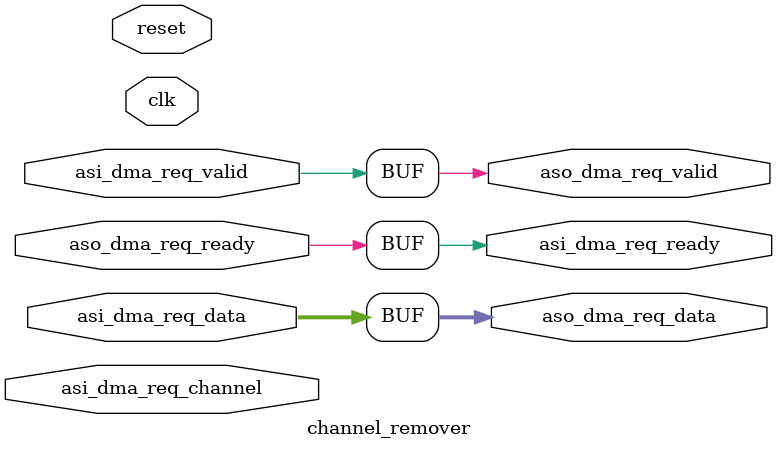
<source format=v>
module channel_remover (

	// clock and reset
	input 	wire 					clk,
	input 	wire 					reset,
	
	// dma_request source interface
	output 	wire	[ 127 : 0 ]	aso_dma_req_data,
	output	wire					aso_dma_req_valid,
	input		wire					aso_dma_req_ready,

	// dma_request sink interface
	input 	wire	[ 127 : 0 ]	asi_dma_req_data,
	input		wire					asi_dma_req_channel,
	input		wire					asi_dma_req_valid,
	output	wire					asi_dma_req_ready
);

assign aso_dma_req_data		= asi_dma_req_data;
assign aso_dma_req_valid	= asi_dma_req_valid;
assign asi_dma_req_ready	= aso_dma_req_ready;

endmodule

</source>
